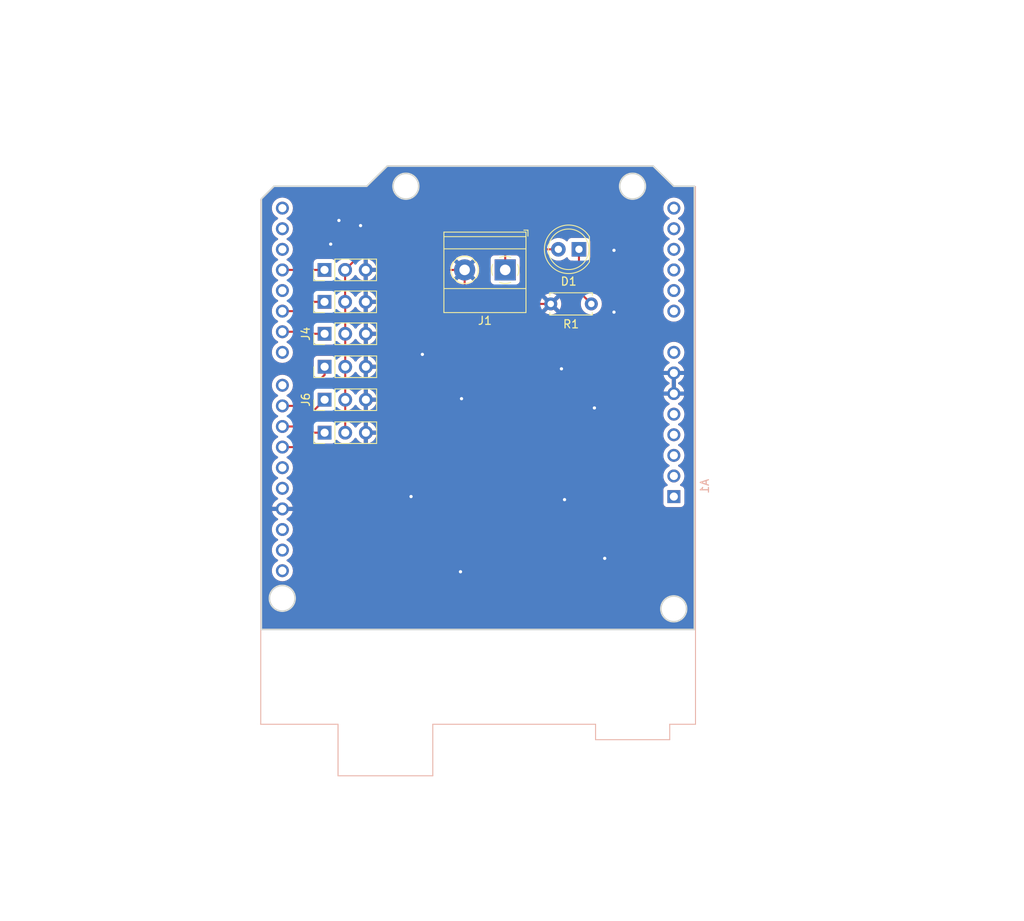
<source format=kicad_pcb>
(kicad_pcb (version 20221018) (generator pcbnew)
  (layers (0 "F.Cu" signal) (31 "B.Cu" signal) (34 "B.Paste" user) (35 "F.Paste" user) (36 "B.SilkS" user "B.Silkscreen") (37 "F.SilkS" user "F.Silkscreen") (38 "B.Mask" user) (39 "F.Mask" user) (44 "Edge.Cuts" user))
  (net 0 "")
  (net 6 "GND")
  (net 17 "/S0")
  (net 19 "/S1")
  (net 20 "/S2")
  (net 23 "/S3")
  (net 24 "/S4")
  (net 25 "/S5")
  (net 31 "+5V")
  (net 32 "Net-(D1-K)")
  (footprint "Connector_PinHeader_2.54mm:PinHeader_1x03_P2.54mm_Vertical" (layer "F.Cu") (at 151.399 80.01 90)
    (fp_text reference "J7" hide)
    (fp_text value "Conn_01x03" hide)
    (fp_line (start -1.33 -1.33) (end 0 -1.33) (stroke (width 0.12)) (layer "F.SilkS"))
    (fp_line (start -1.33 0) (end -1.33 -1.33) (stroke (width 0.12)) (layer "F.SilkS"))
    (fp_line (start -1.33 1.27) (end -1.33 6.41) (stroke (width 0.12)) (layer "F.SilkS"))
    (fp_line (start -1.33 1.27) (end 1.33 1.27) (stroke (width 0.12)) (layer "F.SilkS"))
    (fp_line (start -1.33 6.41) (end 1.33 6.41) (stroke (width 0.12)) (layer "F.SilkS"))
    (fp_line (start 1.33 1.27) (end 1.33 6.41) (stroke (width 0.12)) (layer "F.SilkS"))
    (pad "1" thru_hole rect (at 0 0 90) (size 1.7 1.7) (drill 1) (layers "*.Cu" "*.Mask") (net 25 "/S5"))
    (pad "2" thru_hole oval (at 0 2.54 90) (size 1.7 1.7) (drill 1) (layers "*.Cu" "*.Mask") (net 31 "+5V"))
    (pad "3" thru_hole oval (at 0 5.08 90) (size 1.7 1.7) (drill 1) (layers "*.Cu" "*.Mask") (net 6 "GND"))
  )
  (footprint "Connector_PinHeader_2.54mm:PinHeader_1x03_P2.54mm_Vertical" (layer "F.Cu") (at 151.399 67.818 90)
    (fp_text reference "J4" (at 0 -2.33 90) (layer "F.SilkS"))
    (fp_text value "Conn_01x03" hide)
    (fp_line (start -1.33 -1.33) (end 0 -1.33) (stroke (width 0.12)) (layer "F.SilkS"))
    (fp_line (start -1.33 0) (end -1.33 -1.33) (stroke (width 0.12)) (layer "F.SilkS"))
    (fp_line (start -1.33 1.27) (end -1.33 6.41) (stroke (width 0.12)) (layer "F.SilkS"))
    (fp_line (start -1.33 1.27) (end 1.33 1.27) (stroke (width 0.12)) (layer "F.SilkS"))
    (fp_line (start -1.33 6.41) (end 1.33 6.41) (stroke (width 0.12)) (layer "F.SilkS"))
    (fp_line (start 1.33 1.27) (end 1.33 6.41) (stroke (width 0.12)) (layer "F.SilkS"))
    (pad "1" thru_hole rect (at 0 0 90) (size 1.7 1.7) (drill 1) (layers "*.Cu" "*.Mask") (net 20 "/S2"))
    (pad "2" thru_hole oval (at 0 2.54 90) (size 1.7 1.7) (drill 1) (layers "*.Cu" "*.Mask") (net 31 "+5V"))
    (pad "3" thru_hole oval (at 0 5.08 90) (size 1.7 1.7) (drill 1) (layers "*.Cu" "*.Mask") (net 6 "GND"))
  )
  (footprint "Connector_PinHeader_2.54mm:PinHeader_1x03_P2.54mm_Vertical" (layer "F.Cu") (at 151.399 75.946 90)
    (fp_text reference "J6" (at 0 -2.33 90) (layer "F.SilkS"))
    (fp_text value "Conn_01x03" hide)
    (fp_line (start -1.33 -1.33) (end 0 -1.33) (stroke (width 0.12)) (layer "F.SilkS"))
    (fp_line (start -1.33 0) (end -1.33 -1.33) (stroke (width 0.12)) (layer "F.SilkS"))
    (fp_line (start -1.33 1.27) (end -1.33 6.41) (stroke (width 0.12)) (layer "F.SilkS"))
    (fp_line (start -1.33 1.27) (end 1.33 1.27) (stroke (width 0.12)) (layer "F.SilkS"))
    (fp_line (start -1.33 6.41) (end 1.33 6.41) (stroke (width 0.12)) (layer "F.SilkS"))
    (fp_line (start 1.33 1.27) (end 1.33 6.41) (stroke (width 0.12)) (layer "F.SilkS"))
    (pad "1" thru_hole rect (at 0 0 90) (size 1.7 1.7) (drill 1) (layers "*.Cu" "*.Mask") (net 24 "/S4"))
    (pad "2" thru_hole oval (at 0 2.54 90) (size 1.7 1.7) (drill 1) (layers "*.Cu" "*.Mask") (net 31 "+5V"))
    (pad "3" thru_hole oval (at 0 5.08 90) (size 1.7 1.7) (drill 1) (layers "*.Cu" "*.Mask") (net 6 "GND"))
  )
  (footprint "Connector_PinHeader_2.54mm:PinHeader_1x03_P2.54mm_Vertical" (layer "F.Cu") (at 151.384 63.881 90)
    (fp_text reference "J3" hide)
    (fp_text value "Conn_01x03" hide)
    (fp_line (start -1.33 -1.33) (end 0 -1.33) (stroke (width 0.12)) (layer "F.SilkS"))
    (fp_line (start -1.33 0) (end -1.33 -1.33) (stroke (width 0.12)) (layer "F.SilkS"))
    (fp_line (start -1.33 1.27) (end -1.33 6.41) (stroke (width 0.12)) (layer "F.SilkS"))
    (fp_line (start -1.33 1.27) (end 1.33 1.27) (stroke (width 0.12)) (layer "F.SilkS"))
    (fp_line (start -1.33 6.41) (end 1.33 6.41) (stroke (width 0.12)) (layer "F.SilkS"))
    (fp_line (start 1.33 1.27) (end 1.33 6.41) (stroke (width 0.12)) (layer "F.SilkS"))
    (pad "1" thru_hole rect (at 0 0 90) (size 1.7 1.7) (drill 1) (layers "*.Cu" "*.Mask") (net 19 "/S1"))
    (pad "2" thru_hole oval (at 0 2.54 90) (size 1.7 1.7) (drill 1) (layers "*.Cu" "*.Mask") (net 31 "+5V"))
    (pad "3" thru_hole oval (at 0 5.08 90) (size 1.7 1.7) (drill 1) (layers "*.Cu" "*.Mask") (net 6 "GND"))
  )
  (footprint "TerminalBlock_Phoenix:TerminalBlock_Phoenix_MKDS-1,5-2_1x02_P5.00mm_Horizontal" (layer "F.Cu") (at 173.66 59.944 180)
    (fp_text reference "J1" (at 2.5 -6.26) (layer "F.SilkS"))
    (fp_text value "Screw_Terminal_01x02")
    (fp_line (start -2.8 4.16) (end -2.8 4.9) (stroke (width 0.12)) (layer "F.SilkS"))
    (fp_line (start -2.8 4.9) (end -2.3 4.9) (stroke (width 0.12)) (layer "F.SilkS"))
    (fp_line (start -2.56 -5.261) (end -2.56 4.66) (stroke (width 0.12)) (layer "F.SilkS"))
    (fp_line (start -2.56 -5.261) (end 7.56 -5.261) (stroke (width 0.12)) (layer "F.SilkS"))
    (fp_line (start -2.56 -2.301) (end 7.56 -2.301) (stroke (width 0.12)) (layer "F.SilkS"))
    (fp_line (start -2.56 2.6) (end 7.56 2.6) (stroke (width 0.12)) (layer "F.SilkS"))
    (fp_line (start -2.56 4.1) (end 7.56 4.1) (stroke (width 0.12)) (layer "F.SilkS"))
    (fp_line (start -2.56 4.66) (end 7.56 4.66) (stroke (width 0.12)) (layer "F.SilkS"))
    (fp_line (start 3.773 1.023) (end 3.726 1.069) (stroke (width 0.12)) (layer "F.SilkS"))
    (fp_line (start 3.966 1.239) (end 3.931 1.274) (stroke (width 0.12)) (layer "F.SilkS"))
    (fp_line (start 6.07 -1.275) (end 6.035 -1.239) (stroke (width 0.12)) (layer "F.SilkS"))
    (fp_line (start 6.275 -1.069) (end 6.228 -1.023) (stroke (width 0.12)) (layer "F.SilkS"))
    (fp_line (start 7.56 -5.261) (end 7.56 4.66) (stroke (width 0.12)) (layer "F.SilkS"))
    (fp_arc (start -1.535427 0.683042) (mid -1.680501 -0.000524) (end -1.535 -0.684) (stroke (width 0.12)) (layer "F.SilkS"))
    (fp_arc (start -0.683042 -1.535427) (mid 0.000524 -1.680501) (end 0.684 -1.535) (stroke (width 0.12)) (layer "F.SilkS"))
    (fp_arc (start 0.028805 1.680253) (mid -0.335551 1.646659) (end -0.684 1.535) (stroke (width 0.12)) (layer "F.SilkS"))
    (fp_arc (start 0.683318 1.534756) (mid 0.349292 1.643288) (end 0 1.68) (stroke (width 0.12)) (layer "F.SilkS"))
    (fp_arc (start 1.535427 -0.683042) (mid 1.680501 0.000524) (end 1.535 0.684) (stroke (width 0.12)) (layer "F.SilkS"))
    (fp_circle (center 5 0) (end 6.68 0) (stroke (width 0.12)) (fill none) (layer "F.SilkS"))
    (pad "1" thru_hole rect (at 0 0 180) (size 2.6 2.6) (drill 1.3) (layers "*.Cu" "*.Mask") (net 31 "+5V"))
    (pad "2" thru_hole circle (at 5 0 180) (size 2.6 2.6) (drill 1.3) (layers "*.Cu" "*.Mask") (net 6 "GND"))
  )
  (footprint "Connector_PinHeader_2.54mm:PinHeader_1x03_P2.54mm_Vertical" (layer "F.Cu") (at 151.399 71.882 90)
    (fp_text reference "J5" hide)
    (fp_text value "Conn_01x03" hide)
    (fp_line (start -1.33 -1.33) (end 0 -1.33) (stroke (width 0.12)) (layer "F.SilkS"))
    (fp_line (start -1.33 0) (end -1.33 -1.33) (stroke (width 0.12)) (layer "F.SilkS"))
    (fp_line (start -1.33 1.27) (end -1.33 6.41) (stroke (width 0.12)) (layer "F.SilkS"))
    (fp_line (start -1.33 1.27) (end 1.33 1.27) (stroke (width 0.12)) (layer "F.SilkS"))
    (fp_line (start -1.33 6.41) (end 1.33 6.41) (stroke (width 0.12)) (layer "F.SilkS"))
    (fp_line (start 1.33 1.27) (end 1.33 6.41) (stroke (width 0.12)) (layer "F.SilkS"))
    (pad "1" thru_hole rect (at 0 0 90) (size 1.7 1.7) (drill 1) (layers "*.Cu" "*.Mask") (net 23 "/S3"))
    (pad "2" thru_hole oval (at 0 2.54 90) (size 1.7 1.7) (drill 1) (layers "*.Cu" "*.Mask") (net 31 "+5V"))
    (pad "3" thru_hole oval (at 0 5.08 90) (size 1.7 1.7) (drill 1) (layers "*.Cu" "*.Mask") (net 6 "GND"))
  )
  (footprint "Connector_PinHeader_2.54mm:PinHeader_1x03_P2.54mm_Vertical" (layer "F.Cu") (at 151.384 59.944 90)
    (fp_text reference "J2" hide)
    (fp_text value "Conn_01x03" hide)
    (fp_line (start -1.33 -1.33) (end 0 -1.33) (stroke (width 0.12)) (layer "F.SilkS"))
    (fp_line (start -1.33 0) (end -1.33 -1.33) (stroke (width 0.12)) (layer "F.SilkS"))
    (fp_line (start -1.33 1.27) (end -1.33 6.41) (stroke (width 0.12)) (layer "F.SilkS"))
    (fp_line (start -1.33 1.27) (end 1.33 1.27) (stroke (width 0.12)) (layer "F.SilkS"))
    (fp_line (start -1.33 6.41) (end 1.33 6.41) (stroke (width 0.12)) (layer "F.SilkS"))
    (fp_line (start 1.33 1.27) (end 1.33 6.41) (stroke (width 0.12)) (layer "F.SilkS"))
    (pad "1" thru_hole rect (at 0 0 90) (size 1.7 1.7) (drill 1) (layers "*.Cu" "*.Mask") (net 17 "/S0"))
    (pad "2" thru_hole oval (at 0 2.54 90) (size 1.7 1.7) (drill 1) (layers "*.Cu" "*.Mask") (net 31 "+5V"))
    (pad "3" thru_hole oval (at 0 5.08 90) (size 1.7 1.7) (drill 1) (layers "*.Cu" "*.Mask") (net 6 "GND"))
  )
  (footprint "LED_THT:LED_D5.0mm" (layer "F.Cu") (at 182.753 57.404 180)
    (fp_text reference "D1" (at 1.27 -3.96) (layer "F.SilkS"))
    (fp_text value "RED")
    (fp_line (start -1.29 -1.545) (end -1.29 1.545) (stroke (width 0.12)) (layer "F.SilkS"))
    (fp_arc (start -1.29 -1.54483) (mid 2.072002 -2.880433) (end 4.26 0.000462) (stroke (width 0.12)) (layer "F.SilkS"))
    (fp_arc (start 4.26 -0.000462) (mid 2.072002 2.880433) (end -1.29 1.54483) (stroke (width 0.12)) (layer "F.SilkS"))
    (fp_circle (center 1.27 0) (end 3.77 0) (stroke (width 0.12)) (fill none) (layer "F.SilkS"))
    (pad "1" thru_hole rect (at 0 0 180) (size 1.8 1.8) (drill 0.9) (layers "*.Cu" "*.Mask") (net 32 "Net-(D1-K)"))
    (pad "2" thru_hole circle (at 2.54 0 180) (size 1.8 1.8) (drill 0.9) (layers "*.Cu" "*.Mask") (net 31 "+5V"))
  )
  (footprint "Capacitor_THT:C_Disc_D5.0mm_W2.5mm_P5.00mm" (layer "F.Cu") (at 184.277 64.135 180)
    (fp_text reference "R1" (at 2.5 -2.5) (layer "F.SilkS"))
    (fp_text value "220")
    (fp_line (start -0.12 -1.37) (end -0.12 -1.055) (stroke (width 0.12)) (layer "F.SilkS"))
    (fp_line (start -0.12 -1.37) (end 5.12 -1.37) (stroke (width 0.12)) (layer "F.SilkS"))
    (fp_line (start -0.12 1.055) (end -0.12 1.37) (stroke (width 0.12)) (layer "F.SilkS"))
    (fp_line (start -0.12 1.37) (end 5.12 1.37) (stroke (width 0.12)) (layer "F.SilkS"))
    (fp_line (start 5.12 -1.37) (end 5.12 -1.055) (stroke (width 0.12)) (layer "F.SilkS"))
    (fp_line (start 5.12 1.055) (end 5.12 1.37) (stroke (width 0.12)) (layer "F.SilkS"))
    (pad "1" thru_hole circle (at 0 0 180) (size 1.6 1.6) (drill 0.8) (layers "*.Cu" "*.Mask") (net 32 "Net-(D1-K)"))
    (pad "2" thru_hole circle (at 5 0 180) (size 1.6 1.6) (drill 0.8) (layers "*.Cu" "*.Mask") (net 6 "GND"))
  )
  (footprint "Module:Arduino_UNO_R3" (layer "B.Cu") (at 194.45137 87.888 90)
    (fp_text reference "A1" (at 1.27 3.81 -270) (layer "B.SilkS") (effects (justify mirror)))
    (fp_text value "Arduino_UNO_R3")
    (fp_line (start -34.42 -41.4) (end -28.07 -41.4) (stroke (width 0.12)) (layer "B.SilkS"))
    (fp_line (start -34.42 -29.72) (end -34.42 -41.4) (stroke (width 0.12)) (layer "B.SilkS"))
    (fp_line (start -29.97 -9.65) (end -28.07 -9.65) (stroke (width 0.12)) (layer "B.SilkS"))
    (fp_line (start -29.97 -0.51) (end -29.97 -9.65) (stroke (width 0.12)) (layer "B.SilkS"))
    (fp_line (start -28.07 -50.93) (end 36.58 -50.93) (stroke (width 0.12)) (layer "B.SilkS"))
    (fp_line (start -28.07 -41.4) (end -28.07 -50.93) (stroke (width 0.12)) (layer "B.SilkS"))
    (fp_line (start -28.07 -29.72) (end -34.42 -29.72) (stroke (width 0.12)) (layer "B.SilkS"))
    (fp_line (start -28.07 -9.65) (end -28.07 -29.72) (stroke (width 0.12)) (layer "B.SilkS"))
    (fp_line (start -28.07 -0.51) (end -29.97 -0.51) (stroke (width 0.12)) (layer "B.SilkS"))
    (fp_line (start -28.07 2.67) (end -28.07 -0.51) (stroke (width 0.12)) (layer "B.SilkS"))
    (fp_line (start 36.58 -50.93) (end 38.23 -49.28) (stroke (width 0.12)) (layer "B.SilkS"))
    (fp_line (start 38.23 -49.28) (end 38.23 -37.85) (stroke (width 0.12)) (layer "B.SilkS"))
    (fp_line (start 38.23 -37.85) (end 40.77 -35.31) (stroke (width 0.12)) (layer "B.SilkS"))
    (fp_line (start 38.23 0) (end 38.23 2.67) (stroke (width 0.12)) (layer "B.SilkS"))
    (fp_line (start 38.23 2.67) (end -28.07 2.67) (stroke (width 0.12)) (layer "B.SilkS"))
    (fp_line (start 40.77 -35.31) (end 40.77 -2.54) (stroke (width 0.12)) (layer "B.SilkS"))
    (fp_line (start 40.77 -2.54) (end 38.23 0) (stroke (width 0.12)) (layer "B.SilkS"))
    (pad "1" thru_hole rect (at 0 0) (size 1.6 1.6) (drill 1) (layers "*.Cu" "*.Mask"))
    (pad "2" thru_hole oval (at 2.54 0) (size 1.6 1.6) (drill 1) (layers "*.Cu" "*.Mask"))
    (pad "3" thru_hole oval (at 5.08 0) (size 1.6 1.6) (drill 1) (layers "*.Cu" "*.Mask"))
    (pad "4" thru_hole oval (at 7.62 0) (size 1.6 1.6) (drill 1) (layers "*.Cu" "*.Mask"))
    (pad "5" thru_hole oval (at 10.16 0) (size 1.6 1.6) (drill 1) (layers "*.Cu" "*.Mask"))
    (pad "6" thru_hole oval (at 12.7 0) (size 1.6 1.6) (drill 1) (layers "*.Cu" "*.Mask") (net 6 "GND"))
    (pad "7" thru_hole oval (at 15.24 0) (size 1.6 1.6) (drill 1) (layers "*.Cu" "*.Mask") (net 6 "GND"))
    (pad "8" thru_hole oval (at 17.78 0) (size 1.6 1.6) (drill 1) (layers "*.Cu" "*.Mask"))
    (pad "9" thru_hole oval (at 22.86 0) (size 1.6 1.6) (drill 1) (layers "*.Cu" "*.Mask"))
    (pad "10" thru_hole oval (at 25.4 0) (size 1.6 1.6) (drill 1) (layers "*.Cu" "*.Mask"))
    (pad "11" thru_hole oval (at 27.94 0) (size 1.6 1.6) (drill 1) (layers "*.Cu" "*.Mask"))
    (pad "12" thru_hole oval (at 30.48 0) (size 1.6 1.6) (drill 1) (layers "*.Cu" "*.Mask"))
    (pad "13" thru_hole oval (at 33.02 0) (size 1.6 1.6) (drill 1) (layers "*.Cu" "*.Mask"))
    (pad "14" thru_hole oval (at 35.56 0) (size 1.6 1.6) (drill 1) (layers "*.Cu" "*.Mask"))
    (pad "15" thru_hole oval (at 35.56 -48.26) (size 1.6 1.6) (drill 1) (layers "*.Cu" "*.Mask"))
    (pad "16" thru_hole oval (at 33.02 -48.26) (size 1.6 1.6) (drill 1) (layers "*.Cu" "*.Mask"))
    (pad "17" thru_hole oval (at 30.48 -48.26) (size 1.6 1.6) (drill 1) (layers "*.Cu" "*.Mask"))
    (pad "18" thru_hole oval (at 27.94 -48.26) (size 1.6 1.6) (drill 1) (layers "*.Cu" "*.Mask") (net 17 "/S0"))
    (pad "19" thru_hole oval (at 25.4 -48.26) (size 1.6 1.6) (drill 1) (layers "*.Cu" "*.Mask"))
    (pad "20" thru_hole oval (at 22.86 -48.26) (size 1.6 1.6) (drill 1) (layers "*.Cu" "*.Mask") (net 19 "/S1"))
    (pad "21" thru_hole oval (at 20.32 -48.26) (size 1.6 1.6) (drill 1) (layers "*.Cu" "*.Mask") (net 20 "/S2"))
    (pad "22" thru_hole oval (at 17.78 -48.26) (size 1.6 1.6) (drill 1) (layers "*.Cu" "*.Mask"))
    (pad "23" thru_hole oval (at 13.72 -48.26) (size 1.6 1.6) (drill 1) (layers "*.Cu" "*.Mask"))
    (pad "24" thru_hole oval (at 11.18 -48.26) (size 1.6 1.6) (drill 1) (layers "*.Cu" "*.Mask") (net 23 "/S3"))
    (pad "25" thru_hole oval (at 8.64 -48.26) (size 1.6 1.6) (drill 1) (layers "*.Cu" "*.Mask") (net 24 "/S4"))
    (pad "26" thru_hole oval (at 6.1 -48.26) (size 1.6 1.6) (drill 1) (layers "*.Cu" "*.Mask") (net 25 "/S5"))
    (pad "27" thru_hole oval (at 3.56 -48.26) (size 1.6 1.6) (drill 1) (layers "*.Cu" "*.Mask"))
    (pad "28" thru_hole oval (at 1.02 -48.26) (size 1.6 1.6) (drill 1) (layers "*.Cu" "*.Mask"))
    (pad "29" thru_hole oval (at -1.52 -48.26) (size 1.6 1.6) (drill 1) (layers "*.Cu" "*.Mask") (net 6 "GND"))
    (pad "30" thru_hole oval (at -4.06 -48.26) (size 1.6 1.6) (drill 1) (layers "*.Cu" "*.Mask"))
    (pad "31" thru_hole oval (at -6.6 -48.26) (size 1.6 1.6) (drill 1) (layers "*.Cu" "*.Mask"))
    (pad "32" thru_hole oval (at -9.14 -48.26) (size 1.6 1.6) (drill 1) (layers "*.Cu" "*.Mask"))
  )
  (gr_line (start 156.591 49.627) (end 159.131 47.147) (stroke (width 0.2)) (layer "Edge.Cuts"))
  (gr_circle (center 146.177 84.171) (end 146.177 83.917) (stroke (width 0.2)) (fill none) (layer "Edge.Cuts"))
  (gr_circle (center 194.437 101.727) (end 194.437 100.1395) (stroke (width 0.2)) (fill none) (layer "Edge.Cuts"))
  (gr_circle (center 146.177 91.791) (end 146.177 91.537) (stroke (width 0.2)) (fill none) (layer "Edge.Cuts"))
  (gr_circle (center 146.177 67.437) (end 146.177 67.183) (stroke (width 0.2)) (fill none) (layer "Edge.Cuts"))
  (gr_line (start 196.977 49.627) (end 194.437 49.627) (stroke (width 0.2)) (layer "Edge.Cuts"))
  (gr_line (start 159.131 47.147) (end 191.897 47.147) (stroke (width 0.2)) (layer "Edge.Cuts"))
  (gr_circle (center 146.177 59.817) (end 146.177 59.563) (stroke (width 0.2)) (fill none) (layer "Edge.Cuts"))
  (gr_circle (center 146.177 64.897) (end 146.177 64.643) (stroke (width 0.2)) (fill none) (layer "Edge.Cuts"))
  (gr_circle (center 194.437 52.197) (end 194.437 51.943) (stroke (width 0.2)) (fill none) (layer "Edge.Cuts"))
  (gr_circle (center 161.417 49.627) (end 161.417 48.0395) (stroke (width 0.2)) (fill none) (layer "Edge.Cuts"))
  (gr_circle (center 146.177 69.977) (end 146.177 69.723) (stroke (width 0.2)) (fill none) (layer "Edge.Cuts"))
  (gr_circle (center 194.437 77.597) (end 194.437 77.343) (stroke (width 0.2)) (fill none) (layer "Edge.Cuts"))
  (gr_circle (center 194.437 57.277) (end 194.437 57.023) (stroke (width 0.2)) (fill none) (layer "Edge.Cuts"))
  (gr_circle (center 194.437 62.357) (end 194.437 62.103) (stroke (width 0.2)) (fill none) (layer "Edge.Cuts"))
  (gr_circle (center 194.437 69.977) (end 194.437 69.723) (stroke (width 0.2)) (fill none) (layer "Edge.Cuts"))
  (gr_circle (center 146.177 100.427) (end 146.177 98.8395) (stroke (width 0.2)) (fill none) (layer "Edge.Cuts"))
  (gr_circle (center 194.437 80.137) (end 194.437 79.883) (stroke (width 0.2)) (fill none) (layer "Edge.Cuts"))
  (gr_circle (center 194.437 72.517) (end 194.437 72.263) (stroke (width 0.2)) (fill none) (layer "Edge.Cuts"))
  (gr_circle (center 146.177 76.551) (end 146.177 76.297) (stroke (width 0.2)) (fill none) (layer "Edge.Cuts"))
  (gr_circle (center 194.437 64.897) (end 194.437 64.643) (stroke (width 0.2)) (fill none) (layer "Edge.Cuts"))
  (gr_circle (center 146.177 57.277) (end 146.177 57.023) (stroke (width 0.2)) (fill none) (layer "Edge.Cuts"))
  (gr_circle (center 194.437 54.737) (end 194.437 54.483) (stroke (width 0.2)) (fill none) (layer "Edge.Cuts"))
  (gr_circle (center 194.437 75.057) (end 194.437 74.803) (stroke (width 0.2)) (fill none) (layer "Edge.Cuts"))
  (gr_circle (center 146.177 81.631) (end 146.177 81.377) (stroke (width 0.2)) (fill none) (layer "Edge.Cuts"))
  (gr_circle (center 194.437 85.217) (end 194.437 84.963) (stroke (width 0.2)) (fill none) (layer "Edge.Cuts"))
  (gr_line (start 191.897 47.147) (end 194.437 49.627) (stroke (width 0.2)) (layer "Edge.Cuts"))
  (gr_circle (center 146.177 74.011) (end 146.177 73.757) (stroke (width 0.2)) (fill none) (layer "Edge.Cuts"))
  (gr_circle (center 194.437 59.817) (end 194.437 59.563) (stroke (width 0.2)) (fill none) (layer "Edge.Cuts"))
  (gr_circle (center 194.437 87.757) (end 194.437 87.503) (stroke (width 0.2)) (fill none) (layer "Edge.Cuts"))
  (gr_circle (center 146.177 96.871) (end 146.177 96.617) (stroke (width 0.2)) (fill none) (layer "Edge.Cuts"))
  (gr_circle (center 189.357 49.627) (end 189.357 48.0395) (stroke (width 0.2)) (fill none) (layer "Edge.Cuts"))
  (gr_circle (center 146.177 89.251) (end 146.177 88.997) (stroke (width 0.2)) (fill none) (layer "Edge.Cuts"))
  (gr_line (start 145.163319 49.627) (end 156.591 49.627) (stroke (width 0.2)) (layer "Edge.Cuts"))
  (gr_circle (center 146.177 94.331) (end 146.177 94.077) (stroke (width 0.2)) (fill none) (layer "Edge.Cuts"))
  (gr_line (start 143.598527 51.191792) (end 143.598527 104.267) (stroke (width 0.2)) (layer "Edge.Cuts"))
  (gr_circle (center 146.177 54.737) (end 146.177 54.483) (stroke (width 0.2)) (fill none) (layer "Edge.Cuts"))
  (gr_circle (center 146.177 52.197) (end 146.177 51.943) (stroke (width 0.2)) (fill none) (layer "Edge.Cuts"))
  (gr_circle (center 146.177 62.357) (end 146.177 62.103) (stroke (width 0.2)) (fill none) (layer "Edge.Cuts"))
  (gr_line (start 145.163319 49.627) (end 143.598527 51.191792) (stroke (width 0.2)) (layer "Edge.Cuts"))
  (gr_circle (center 194.437 82.677) (end 194.437 82.423) (stroke (width 0.2)) (fill none) (layer "Edge.Cuts"))
  (gr_line (start 196.977 104.267) (end 143.598527 104.267) (stroke (width 0.2)) (layer "Edge.Cuts"))
  (gr_circle (center 146.177 86.711) (end 146.177 86.457) (stroke (width 0.2)) (fill none) (layer "Edge.Cuts"))
  (gr_line (start 196.977 49.627) (end 196.977 104.267) (stroke (width 0.2)) (layer "Edge.Cuts"))
  (gr_circle (center 146.177 79.091) (end 146.177 78.837) (stroke (width 0.2)) (fill none) (layer "Edge.Cuts"))
  (segment (start 156.479 67.818) (end 156.479 71.882) (width 0.25) (layer "F.Cu") (net 6))
  (segment (start 156.464 59.944) (end 168.66 59.944) (width 0.25) (layer "F.Cu") (net 6))
  (segment (start 156.464 67.803) (end 156.479 67.818) (width 0.25) (layer "F.Cu") (net 6))
  (segment (start 168.656 62.992) (end 168.66 62.988) (width 0.25) (layer "F.Cu") (net 6))
  (segment (start 168.66 62.988) (end 168.66 59.944) (width 0.25) (layer "F.Cu") (net 6))
  (segment (start 156.464 63.881) (end 156.464 67.803) (width 0.25) (layer "F.Cu") (net 6))
  (segment (start 156.479 71.882) (end 156.479 75.946) (width 0.25) (layer "F.Cu") (net 6))
  (segment (start 156.479 80.01) (end 156.479 75.946) (width 0.25) (layer "F.Cu") (net 6))
  (segment (start 156.464 59.944) (end 156.464 63.881) (width 0.25) (layer "F.Cu") (net 6))
  (segment (start 169.799 64.135) (end 168.656 62.992) (width 0.25) (layer "F.Cu") (net 6))
  (segment (start 179.277 64.135) (end 169.799 64.135) (width 0.25) (layer "F.Cu") (net 6))
  (via (at 152.146 56.769) (size 0.8) (drill 0.4) (layers "F.Cu" "B.Cu") (net 6))
  (via (at 180.975 88.265) (size 0.8) (drill 0.4) (layers "F.Cu" "B.Cu") (net 6))
  (via (at 163.449 70.358) (size 0.8) (drill 0.4) (layers "F.Cu" "B.Cu") (net 6))
  (via (at 168.275 75.819) (size 0.8) (drill 0.4) (layers "F.Cu" "B.Cu") (net 6))
  (via (at 162.052 87.884) (size 0.8) (drill 0.4) (layers "F.Cu" "B.Cu") (net 6))
  (via (at 153.162 53.848) (size 0.8) (drill 0.4) (layers "F.Cu" "B.Cu") (net 6))
  (via (at 187.071 65.151) (size 0.8) (drill 0.4) (layers "F.Cu" "B.Cu") (net 6))
  (via (at 168.148 97.155) (size 0.8) (drill 0.4) (layers "F.Cu" "B.Cu") (net 6))
  (via (at 180.594 72.136) (size 0.8) (drill 0.4) (layers "F.Cu" "B.Cu") (net 6))
  (via (at 185.928 95.504) (size 0.8) (drill 0.4) (layers "F.Cu" "B.Cu") (net 6))
  (via (at 187.071 57.531) (size 0.8) (drill 0.4) (layers "F.Cu" "B.Cu") (net 6))
  (via (at 184.658 76.962) (size 0.8) (drill 0.4) (layers "F.Cu" "B.Cu") (net 6))
  (via (at 155.829 54.483) (size 0.8) (drill 0.4) (layers "F.Cu" "B.Cu") (net 6))
  (segment (start 146.19537 59.944) (end 146.19137 59.948) (width 0.25) (layer "F.Cu") (net 17))
  (segment (start 151.384 59.944) (end 146.19537 59.944) (width 0.25) (layer "F.Cu") (net 17))
  (segment (start 148.967 65.028) (end 150.114 63.881) (width 0.25) (layer "F.Cu") (net 19))
  (segment (start 150.114 63.881) (end 151.384 63.881) (width 0.25) (layer "F.Cu") (net 19))
  (segment (start 146.19137 65.028) (end 148.967 65.028) (width 0.25) (layer "F.Cu") (net 19))
  (segment (start 149.229 67.568) (end 149.479 67.818) (width 0.25) (layer "F.Cu") (net 20))
  (segment (start 146.19137 67.568) (end 149.229 67.568) (width 0.25) (layer "F.Cu") (net 20))
  (segment (start 149.479 67.818) (end 151.399 67.818) (width 0.25) (layer "F.Cu") (net 20))
  (segment (start 151.399 72.883) (end 147.574 76.708) (width 0.25) (layer "F.Cu") (net 23))
  (segment (start 151.399 71.882) (end 151.399 72.883) (width 0.25) (layer "F.Cu") (net 23))
  (segment (start 147.574 76.708) (end 146.19137 76.708) (width 0.25) (layer "F.Cu") (net 23))
  (segment (start 151.399 75.946) (end 148.097 79.248) (width 0.25) (layer "F.Cu") (net 24))
  (segment (start 148.097 79.248) (end 146.19137 79.248) (width 0.25) (layer "F.Cu") (net 24))
  (segment (start 147.574 81.788) (end 146.19137 81.788) (width 0.25) (layer "F.Cu") (net 25))
  (segment (start 149.352 80.01) (end 147.574 81.788) (width 0.25) (layer "F.Cu") (net 25))
  (segment (start 151.399 80.01) (end 149.352 80.01) (width 0.25) (layer "F.Cu") (net 25))
  (segment (start 153.939 67.818) (end 153.939 71.882) (width 0.25) (layer "F.Cu") (net 31))
  (segment (start 156.805 57.063) (end 172.887 57.063) (width 0.25) (layer "F.Cu") (net 31))
  (segment (start 172.887 57.063) (end 177.84 57.063) (width 0.25) (layer "F.Cu") (net 31))
  (segment (start 153.924 59.944) (end 153.924 63.881) (width 0.25) (layer "F.Cu") (net 31))
  (segment (start 173.66 57.836) (end 173.66 59.944) (width 0.25) (layer "F.Cu") (net 31))
  (segment (start 153.939 63.896) (end 153.924 63.881) (width 0.25) (layer "F.Cu") (net 31))
  (segment (start 153.939 71.882) (end 153.939 75.946) (width 0.25) (layer "F.Cu") (net 31))
  (segment (start 172.887 57.063) (end 173.66 57.836) (width 0.25) (layer "F.Cu") (net 31))
  (segment (start 177.84 57.063) (end 178.181 57.404) (width 0.25) (layer "F.Cu") (net 31))
  (segment (start 178.181 57.404) (end 180.213 57.404) (width 0.25) (layer "F.Cu") (net 31))
  (segment (start 153.939 75.946) (end 153.939 80.01) (width 0.25) (layer "F.Cu") (net 31))
  (segment (start 153.924 59.944) (end 156.805 57.063) (width 0.25) (layer "F.Cu") (net 31))
  (segment (start 153.939 67.818) (end 153.939 63.896) (width 0.25) (layer "F.Cu") (net 31))
  (segment (start 182.753 62.611) (end 184.277 64.135) (width 0.25) (layer "F.Cu") (net 32))
  (segment (start 182.753 57.404) (end 182.753 62.611) (width 0.25) (layer "F.Cu") (net 32))
  (zone (net 6) (net_name "GND") (layer "F.Cu") (connect_pads (clearance 0.5)) (min_thickness 0.25) (fill yes (thermal_gap 0.5) (thermal_bridge_width 0.5))
    (polygon (pts (xy 127.762 36.83) (xy 125.857 131.953) (xy 212.471 130.175) (xy 217.932 48.895) (xy 132.207 34.671) (xy 128.27 36.195) (xy 127.762 36.703)))
  )
  (zone (net 6) (net_name "GND") (layer "B.Cu") (priority 1) (connect_pads (clearance 0.5)) (min_thickness 0.25) (fill yes (thermal_gap 0.5) (thermal_bridge_width 0.5))
    (polygon (pts (xy 161.29 26.67) (xy 111.379 52.451) (xy 142.748 140.208) (xy 237.617 110.744) (xy 203.835 34.163)))
  )
)
</source>
